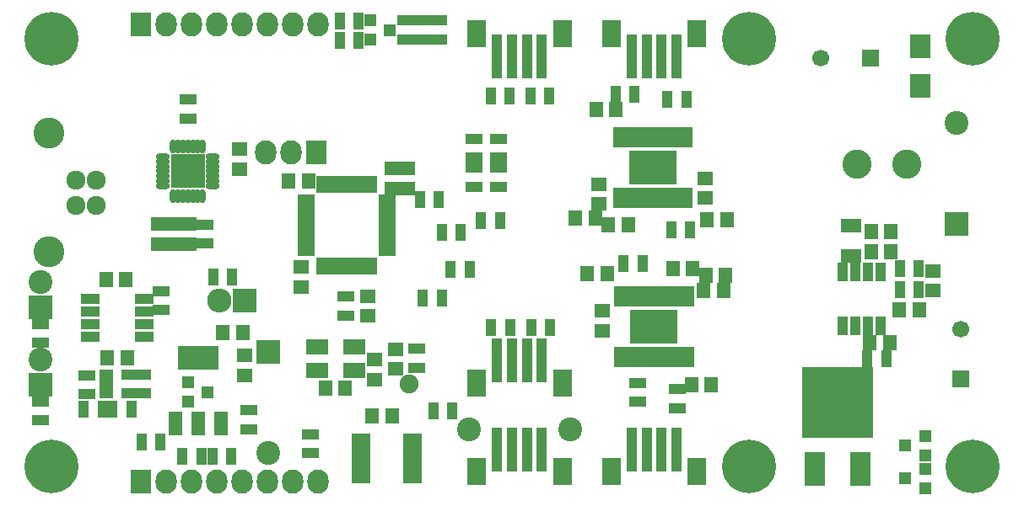
<source format=gts>
G04 #@! TF.FileFunction,Soldermask,Top*
%FSLAX46Y46*%
G04 Gerber Fmt 4.6, Leading zero omitted, Abs format (unit mm)*
G04 Created by KiCad (PCBNEW 4.0.0-stable) date 2/11/2016 12:20:55 PM*
%MOMM*%
G01*
G04 APERTURE LIST*
%ADD10C,0.100000*%
%ADD11C,5.400000*%
%ADD12R,1.650000X1.400000*%
%ADD13R,1.400000X1.650000*%
%ADD14R,1.700000X1.700000*%
%ADD15C,1.700000*%
%ADD16R,2.400000X2.400000*%
%ADD17C,2.400000*%
%ADD18C,2.398980*%
%ADD19R,2.398980X2.398980*%
%ADD20R,2.100000X2.400000*%
%ADD21C,2.940000*%
%ADD22C,1.901140*%
%ADD23R,2.432000X2.432000*%
%ADD24O,2.432000X2.432000*%
%ADD25R,2.127200X2.432000*%
%ADD26O,2.127200X2.432000*%
%ADD27C,1.924000*%
%ADD28C,3.100020*%
%ADD29R,2.051000X3.448000*%
%ADD30R,7.100520X7.100520*%
%ADD31R,1.700000X1.100000*%
%ADD32R,1.100000X1.700000*%
%ADD33R,0.648920X1.700000*%
%ADD34R,0.651460X1.700000*%
%ADD35R,1.700000X0.648920*%
%ADD36R,1.700000X0.651460*%
%ADD37R,2.299920X1.499820*%
%ADD38O,1.400760X0.648920*%
%ADD39O,0.648920X1.400760*%
%ADD40R,3.400000X3.400000*%
%ADD41C,3.400000*%
%ADD42R,1.950000X1.000000*%
%ADD43R,1.000000X1.950000*%
%ADD44R,1.460000X1.050000*%
%ADD45R,0.850000X2.050000*%
%ADD46R,4.720000X3.400000*%
%ADD47R,1.200100X1.200100*%
%ADD48R,2.000000X1.400000*%
%ADD49R,4.057600X2.432000*%
%ADD50R,1.416000X2.432000*%
%ADD51R,1.100000X4.400000*%
%ADD52R,1.900000X2.700000*%
G04 APERTURE END LIST*
D10*
D11*
X73500000Y-3500000D03*
X3500000Y-3500000D03*
X3500000Y-46500000D03*
X73500000Y-46500000D03*
X96000000Y-46500000D03*
X96000000Y-3500000D03*
D12*
X17300000Y-22100000D03*
X17300000Y-24100000D03*
D13*
X33000000Y-38600000D03*
X31000000Y-38600000D03*
D12*
X35950000Y-35750000D03*
X35950000Y-37750000D03*
X38050000Y-36700000D03*
X38050000Y-34700000D03*
X15800000Y-22100000D03*
X15800000Y-24100000D03*
X14300000Y-22100000D03*
X14300000Y-24100000D03*
X22400000Y-16600000D03*
X22400000Y-14600000D03*
X28550000Y-26450000D03*
X28550000Y-28450000D03*
D13*
X29350000Y-17750000D03*
X27350000Y-17750000D03*
D12*
X37750000Y-18550000D03*
X37750000Y-16550000D03*
X35250000Y-29350000D03*
X35250000Y-31350000D03*
X39250000Y-18550000D03*
X39250000Y-16550000D03*
D13*
X85800000Y-22900000D03*
X87800000Y-22900000D03*
X11000000Y-27700000D03*
X9000000Y-27700000D03*
X85800000Y-24900000D03*
X87800000Y-24900000D03*
X90600000Y-30700000D03*
X88600000Y-30700000D03*
D12*
X22900000Y-37300000D03*
X22900000Y-35300000D03*
D13*
X85650000Y-34050000D03*
X87650000Y-34050000D03*
X20700000Y-33000000D03*
X22700000Y-33000000D03*
D14*
X85700000Y-5400000D03*
D15*
X80700000Y-5400000D03*
D13*
X11100000Y-35600000D03*
X9100000Y-35600000D03*
D12*
X92000000Y-28800000D03*
X92000000Y-26800000D03*
D14*
X94800000Y-37700000D03*
D15*
X94800000Y-32700000D03*
D13*
X35700000Y-41400000D03*
X37700000Y-41400000D03*
X69300000Y-21700000D03*
X71300000Y-21700000D03*
D12*
X58500000Y-18100000D03*
X58500000Y-20100000D03*
D13*
X58100000Y-21500000D03*
X56100000Y-21500000D03*
X61400000Y-22200000D03*
X59400000Y-22200000D03*
X60200000Y-10550000D03*
X58200000Y-10550000D03*
X59300000Y-27100000D03*
X57300000Y-27100000D03*
X71000000Y-28800000D03*
X69000000Y-28800000D03*
X69200000Y-27300000D03*
X71200000Y-27300000D03*
X65900000Y-26600000D03*
X67900000Y-26600000D03*
X67750000Y-38300000D03*
X69750000Y-38300000D03*
D16*
X2400000Y-38300000D03*
D17*
X2400000Y-35760000D03*
D16*
X2400000Y-30500000D03*
D17*
X2400000Y-27960000D03*
D18*
X25302540Y-45160000D03*
D19*
X25302540Y-35000000D03*
D18*
X94397460Y-11940000D03*
D19*
X94397460Y-22100000D03*
D20*
X90700000Y-4250000D03*
X90700000Y-8250000D03*
D21*
X84400640Y-16100000D03*
X89399360Y-16100000D03*
D22*
X39400000Y-38200000D03*
D23*
X22900000Y-29800000D03*
D24*
X20360000Y-29800000D03*
D25*
X12500000Y-2000000D03*
D26*
X15040000Y-2000000D03*
X17580000Y-2000000D03*
X20120000Y-2000000D03*
X22660000Y-2000000D03*
X25200000Y-2000000D03*
X27740000Y-2000000D03*
X30280000Y-2000000D03*
D27*
X8000000Y-17660000D03*
X8000000Y-20200000D03*
X6001020Y-20200000D03*
X6001020Y-17660000D03*
D28*
X3301000Y-12930520D03*
X3301000Y-24929480D03*
D25*
X30100000Y-14900000D03*
D26*
X27560000Y-14900000D03*
X25020000Y-14900000D03*
D29*
X80098760Y-46700000D03*
D30*
X82400000Y-40050280D03*
D29*
X84701240Y-46700000D03*
D31*
X18900000Y-24050000D03*
X18900000Y-22150000D03*
X2400000Y-41850000D03*
X2400000Y-39950000D03*
X2400000Y-34050000D03*
X2400000Y-32150000D03*
X29500000Y-43250000D03*
X29500000Y-45150000D03*
D32*
X21650000Y-27400000D03*
X19750000Y-27400000D03*
D31*
X33050000Y-29400000D03*
X33050000Y-31300000D03*
D32*
X48550000Y-21800000D03*
X46650000Y-21800000D03*
D31*
X40200000Y-34650000D03*
X40200000Y-36550000D03*
X14500000Y-28850000D03*
X14500000Y-30750000D03*
D32*
X18550000Y-45500000D03*
X16650000Y-45500000D03*
X19650000Y-45500000D03*
X21550000Y-45500000D03*
X88650000Y-26600000D03*
X90550000Y-26600000D03*
D31*
X23300000Y-42750000D03*
X23300000Y-40850000D03*
D32*
X14450000Y-44000000D03*
X12550000Y-44000000D03*
X90550000Y-28700000D03*
X88650000Y-28700000D03*
D31*
X7050000Y-37300000D03*
X7050000Y-39200000D03*
D32*
X6750000Y-40700000D03*
X8650000Y-40700000D03*
X32450000Y-3600000D03*
X34350000Y-3600000D03*
X34350000Y-1700000D03*
X32450000Y-1700000D03*
D31*
X12700000Y-37250000D03*
X12700000Y-39150000D03*
D32*
X11550000Y-40700000D03*
X9650000Y-40700000D03*
D31*
X39100000Y-1650000D03*
X39100000Y-3550000D03*
D32*
X85400000Y-35650000D03*
X87300000Y-35650000D03*
D31*
X40700000Y-3550000D03*
X40700000Y-1650000D03*
X42400000Y-3550000D03*
X42400000Y-1650000D03*
X48400000Y-13550000D03*
X48400000Y-15450000D03*
X48400000Y-16450000D03*
X48400000Y-18350000D03*
X45900000Y-13550000D03*
X45900000Y-15450000D03*
X45900000Y-16450000D03*
X45900000Y-18350000D03*
D32*
X43750000Y-40900000D03*
X41850000Y-40900000D03*
X51650000Y-32500000D03*
X53550000Y-32500000D03*
X49550000Y-32500000D03*
X47650000Y-32500000D03*
X49500000Y-9250000D03*
X47600000Y-9250000D03*
X51600000Y-9250000D03*
X53500000Y-9250000D03*
X44600000Y-22950000D03*
X42700000Y-22950000D03*
X42400000Y-19650000D03*
X40500000Y-19650000D03*
X60150000Y-9050000D03*
X62050000Y-9050000D03*
X67250000Y-9600000D03*
X65350000Y-9600000D03*
X42700000Y-29550000D03*
X40800000Y-29550000D03*
X45500000Y-26650000D03*
X43600000Y-26650000D03*
D31*
X66350000Y-40600000D03*
X66350000Y-38700000D03*
X62400000Y-40000000D03*
X62400000Y-38100000D03*
D33*
X35898280Y-26347020D03*
D34*
X35397900Y-26347020D03*
X34897520Y-26347020D03*
X34397140Y-26347020D03*
D33*
X33899300Y-26347020D03*
X33398920Y-26347020D03*
X32901080Y-26347020D03*
X32400700Y-26347020D03*
D34*
X31902860Y-26347020D03*
X31402480Y-26347020D03*
X30902100Y-26347020D03*
D33*
X30401720Y-26347020D03*
D35*
X29052980Y-24998280D03*
D36*
X29052980Y-24497900D03*
X29052980Y-23997520D03*
X29052980Y-23497140D03*
D35*
X29052980Y-22999300D03*
X29052980Y-22498920D03*
X29052980Y-22001080D03*
X29052980Y-21500700D03*
D36*
X29052980Y-21002860D03*
X29052980Y-20502480D03*
X29052980Y-20002100D03*
D35*
X29052980Y-19501720D03*
D33*
X35898280Y-18152980D03*
D34*
X35397900Y-18152980D03*
X34897520Y-18152980D03*
X34397140Y-18152980D03*
D33*
X33899300Y-18152980D03*
X33398920Y-18152980D03*
X32901080Y-18152980D03*
X32400700Y-18152980D03*
D34*
X31902860Y-18152980D03*
X31402480Y-18152980D03*
X30902100Y-18152980D03*
D33*
X30401720Y-18152980D03*
D35*
X37247020Y-24998280D03*
D36*
X37247020Y-24497900D03*
X37247020Y-23997520D03*
X37247020Y-23497140D03*
D35*
X37247020Y-22999300D03*
X37247020Y-22498920D03*
X37247020Y-22001080D03*
X37247020Y-21500700D03*
D36*
X37247020Y-21002860D03*
X37247020Y-20502480D03*
X37247020Y-20002100D03*
D35*
X37247020Y-19501720D03*
D37*
X33899120Y-34499380D03*
X30200880Y-34499380D03*
X30200880Y-36800620D03*
X33899120Y-36800620D03*
D38*
X14700640Y-15298860D03*
X14700640Y-15799240D03*
X14700640Y-16299620D03*
X14700640Y-16800000D03*
X14700640Y-17300380D03*
X14700640Y-17800760D03*
X14700640Y-18301140D03*
D39*
X15698860Y-19299360D03*
X16199240Y-19299360D03*
X16699620Y-19299360D03*
X17200000Y-19299360D03*
X17700380Y-19299360D03*
X18200760Y-19299360D03*
X18701140Y-19299360D03*
D38*
X19699360Y-18301140D03*
X19699360Y-17800760D03*
X19699360Y-17300380D03*
X19699360Y-16800000D03*
X19699360Y-16299620D03*
X19699360Y-15799240D03*
X19699360Y-15298860D03*
D39*
X18701140Y-14300640D03*
X18200760Y-14300640D03*
X17700380Y-14300640D03*
X17200000Y-14300640D03*
X16699620Y-14300640D03*
X16199240Y-14300640D03*
X15698860Y-14300640D03*
D40*
X17200000Y-16800000D03*
D41*
X17200000Y-16800000D03*
D42*
X7400000Y-29595000D03*
X7400000Y-30865000D03*
X7400000Y-32135000D03*
X7400000Y-33405000D03*
X12800000Y-33405000D03*
X12800000Y-32135000D03*
X12800000Y-30865000D03*
X12800000Y-29595000D03*
D43*
X82945000Y-32350000D03*
X84215000Y-32350000D03*
X85485000Y-32350000D03*
X86755000Y-32350000D03*
X86755000Y-26950000D03*
X85485000Y-26950000D03*
X84215000Y-26950000D03*
X82945000Y-26950000D03*
D44*
X9000000Y-37250000D03*
X9000000Y-38200000D03*
X9000000Y-39150000D03*
X11200000Y-39150000D03*
X11200000Y-37250000D03*
D42*
X34620000Y-43700000D03*
X34620000Y-44700000D03*
X34620000Y-45700000D03*
X34620000Y-46700000D03*
X39780000Y-46700000D03*
X39780000Y-45700000D03*
X39780000Y-44700000D03*
X39780000Y-43700000D03*
X34620000Y-47700000D03*
X39780000Y-47700000D03*
D45*
X60325000Y-19450000D03*
X60975000Y-19450000D03*
X61625000Y-19450000D03*
X62275000Y-19450000D03*
X62925000Y-19450000D03*
X63575000Y-19450000D03*
X64225000Y-19450000D03*
X64875000Y-19450000D03*
X65525000Y-19450000D03*
X66175000Y-19450000D03*
X66825000Y-19450000D03*
X67475000Y-19450000D03*
X67475000Y-13350000D03*
X66825000Y-13350000D03*
X66175000Y-13350000D03*
X65525000Y-13350000D03*
X64875000Y-13350000D03*
X64225000Y-13350000D03*
X63575000Y-13350000D03*
X62925000Y-13350000D03*
X62275000Y-13350000D03*
X61625000Y-13350000D03*
X60975000Y-13350000D03*
X60325000Y-13350000D03*
D46*
X63900000Y-16400000D03*
D41*
X63900000Y-16400000D03*
D45*
X67575000Y-29350000D03*
X66925000Y-29350000D03*
X66275000Y-29350000D03*
X65625000Y-29350000D03*
X64975000Y-29350000D03*
X64325000Y-29350000D03*
X63675000Y-29350000D03*
X63025000Y-29350000D03*
X62375000Y-29350000D03*
X61725000Y-29350000D03*
X61075000Y-29350000D03*
X60425000Y-29350000D03*
X60425000Y-35450000D03*
X61075000Y-35450000D03*
X61725000Y-35450000D03*
X62375000Y-35450000D03*
X63025000Y-35450000D03*
X63675000Y-35450000D03*
X64325000Y-35450000D03*
X64975000Y-35450000D03*
X65625000Y-35450000D03*
X66275000Y-35450000D03*
X66925000Y-35450000D03*
X67575000Y-35450000D03*
D46*
X64000000Y-32400000D03*
D41*
X64000000Y-32400000D03*
D25*
X12500000Y-48000000D03*
D26*
X15040000Y-48000000D03*
X17580000Y-48000000D03*
X20120000Y-48000000D03*
X22660000Y-48000000D03*
X25200000Y-48000000D03*
X27740000Y-48000000D03*
X30280000Y-48000000D03*
D47*
X35499240Y-1650000D03*
X35499240Y-3550000D03*
X37498220Y-2600000D03*
X91200760Y-48650000D03*
X91200760Y-46750000D03*
X89201780Y-47700000D03*
X91200760Y-45350000D03*
X91200760Y-43450000D03*
X89201780Y-44400000D03*
D32*
X67650000Y-22700000D03*
X65750000Y-22700000D03*
X60950000Y-26100000D03*
X62850000Y-26100000D03*
D12*
X69100000Y-19500000D03*
X69100000Y-17500000D03*
X58800000Y-30850000D03*
X58800000Y-32850000D03*
D48*
X83800000Y-25300000D03*
X83800000Y-22300000D03*
D31*
X17200000Y-9600000D03*
X17200000Y-11500000D03*
D18*
X55600000Y-42800000D03*
X45440000Y-42800000D03*
D49*
X18250000Y-35548000D03*
D50*
X18250000Y-42152000D03*
X20536000Y-42152000D03*
X15964000Y-42152000D03*
D51*
X52750000Y-44750000D03*
X51250000Y-44750000D03*
X49750000Y-44750000D03*
X48250000Y-44750000D03*
D52*
X54800000Y-47000000D03*
X46200000Y-47000000D03*
D51*
X52750000Y-35850000D03*
X51250000Y-35850000D03*
X49750000Y-35850000D03*
X48250000Y-35850000D03*
D52*
X54800000Y-38100000D03*
X46200000Y-38100000D03*
D51*
X48250000Y-5250000D03*
X49750000Y-5250000D03*
X51250000Y-5250000D03*
X52750000Y-5250000D03*
D52*
X46200000Y-3000000D03*
X54800000Y-3000000D03*
D51*
X61750000Y-5250000D03*
X63250000Y-5250000D03*
X64750000Y-5250000D03*
X66250000Y-5250000D03*
D52*
X59700000Y-3000000D03*
X68300000Y-3000000D03*
D51*
X66250000Y-44750000D03*
X64750000Y-44750000D03*
X63250000Y-44750000D03*
X61750000Y-44750000D03*
D52*
X68300000Y-47000000D03*
X59700000Y-47000000D03*
D47*
X17199240Y-38050000D03*
X17199240Y-39950000D03*
X19198220Y-39000000D03*
M02*

</source>
